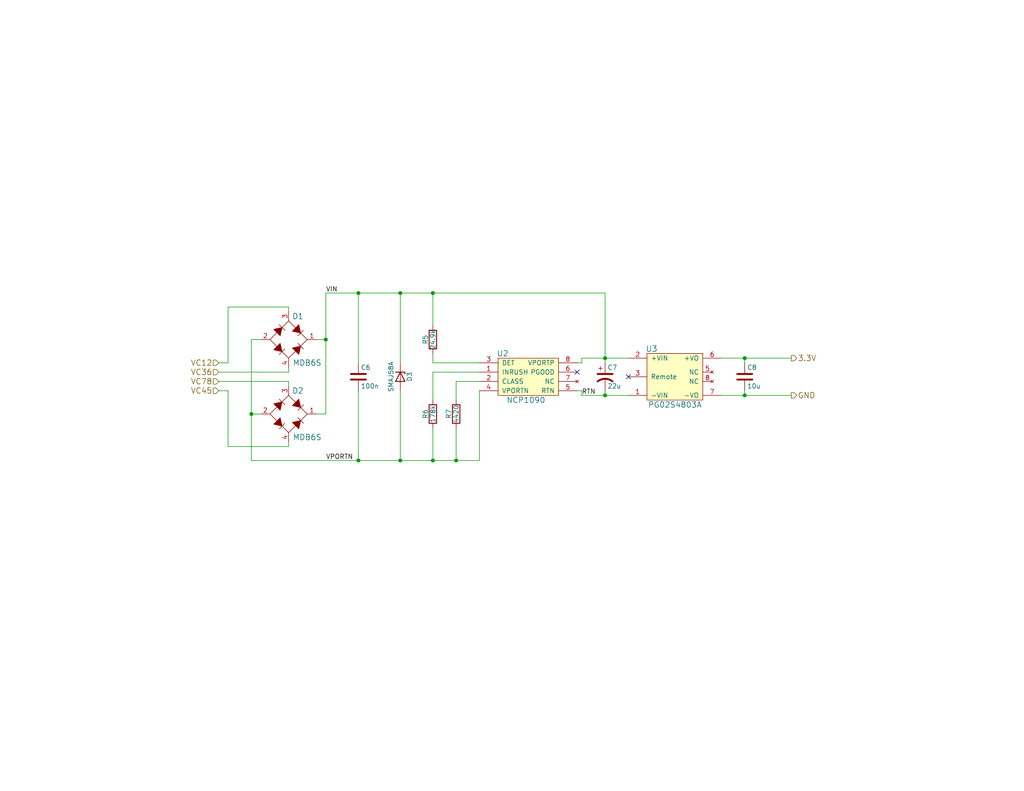
<source format=kicad_sch>
(kicad_sch (version 20211123) (generator eeschema)
  (paper "USLetter")
  (title_block (title "PoE Addon") (date "2021-12-26") (rev "1") (company "Alex Martens"))
  (lib_symbols
    (symbol "Device:C" (pin_numbers hide) (pin_names (offset 0.254))
      (property "Reference" "C" (at 0.635 2.54 0))
      (property "Value" "C" (at 0.635 -2.54 0))
      (symbol "C_0_1"
        (polyline (pts (xy -2.032 -0.762) (xy 2.032 -0.762)) (stroke (width 0.508)))
        (polyline (pts (xy -2.032 0.762) (xy 2.032 0.762)) (stroke (width 0.508)))
      )
      (symbol "C_1_1"
        (pin passive line (at 0 3.81 270) (length 2.794) (name "~") (number "1"))
        (pin passive line (at 0 -3.81 90) (length 2.794) (name "~") (number "2"))
      )
    )
    (symbol "Device:C_Polarized_US" (pin_numbers hide) (pin_names (offset 0.254) hide)
      (property "Reference" "C" (at 0.635 2.54 0))
      (property "Value" "C_Polarized_US" (at 0.635 -2.54 0))
      (symbol "C_Polarized_US_0_1"
        (polyline (pts (xy -2.032 0.762) (xy 2.032 0.762)) (stroke (width 0.508)))
        (polyline (pts (xy -1.778 2.286) (xy -0.762 2.286)))
        (polyline (pts (xy -1.27 1.778) (xy -1.27 2.794)))
        (arc (start 2.032 -1.27) (mid 0 -0.5572) (end -2.032 -1.27) (stroke (width 0.508)))
      )
      (symbol "C_Polarized_US_1_1"
        (pin passive line (at 0 3.81 270) (length 2.794) (name "~") (number "1"))
        (pin passive line (at 0 -3.81 90) (length 3.302) (name "~") (number "2"))
      )
    )
    (symbol "Device:D_Zener" (pin_numbers hide) (pin_names (offset 1.016) hide)
      (property "Reference" "D" (at 0 2.54 0))
      (property "Value" "D_Zener" (at 0 -2.54 0))
      (symbol "D_Zener_0_1"
        (polyline (pts (xy 1.27 0) (xy -1.27 0)))
        (polyline (pts (xy -1.27 -1.27) (xy -1.27 1.27) (xy -0.762 1.27)) (stroke (width 0.254)))
        (polyline (pts (xy 1.27 -1.27) (xy 1.27 1.27) (xy -1.27 0) (xy 1.27 -1.27)) (stroke (width 0.254)))
      )
      (symbol "D_Zener_1_1"
        (pin passive line (at -3.81 0 0) (length 2.54) (name "K") (number "1"))
        (pin passive line (at 3.81 0 180) (length 2.54) (name "A") (number "2"))
      )
    )
    (symbol "Device:R" (pin_numbers hide) (pin_names (offset 0))
      (property "Reference" "R" (at 2.032 0 90))
      (property "Value" "R" (at 0 0 90))
      (symbol "R_0_1"
        (rectangle (start -1.016 -2.54) (end 1.016 2.54) (stroke (width 0.254)))
      )
      (symbol "R_1_1"
        (pin passive line (at 0 3.81 270) (length 1.27) (name "~") (number "1"))
        (pin passive line (at 0 -3.81 90) (length 1.27) (name "~") (number "2"))
      )
    )
    (symbol "MDB6S_1" (pin_names (offset 1.016) hide)
      (property "Reference" "D" (at 2.54 6.35 0))
      (property "Value" "MDB6S_1" (at 5.08 -6.35 0))
      (symbol "MDB6S_1_0_1"
        (polyline (pts (xy -5.08 0) (xy 0 -5.08)))
        (polyline (pts (xy -4.064 2.794) (xy -2.286 1.016)))
        (polyline (pts (xy -2.54 -1.016) (xy -4.064 -2.54)))
        (polyline (pts (xy -1.778 3.302) (xy -5.08 0)))
        (polyline (pts (xy -1.778 3.302) (xy 0 5.08)))
        (polyline (pts (xy -1.016 2.54) (xy -2.54 4.064)))
        (polyline (pts (xy 0 -5.08) (xy 5.08 0)))
        (polyline (pts (xy 0 5.08) (xy 5.08 0)))
        (polyline (pts (xy 1.016 2.54) (xy 2.54 4.064)))
        (polyline (pts (xy 2.54 -1.016) (xy 4.064 -2.54)))
        (polyline (pts (xy -4.064 2.794) (xy -1.778 3.302) (xy -2.286 1.016)) (fill (type outline)))
        (polyline (pts (xy -3.302 -1.778) (xy -1.016 -2.286) (xy -2.794 -4.064) (xy -3.302 -1.778)) (fill (type outline)))
        (polyline (pts (xy 2.286 1.016) (xy 1.778 3.302) (xy 4.064 2.794) (xy 2.286 1.016)) (fill (type outline)))
        (polyline (pts (xy 3.302 -1.778) (xy 1.016 -2.286) (xy 2.794 -4.064) (xy 3.302 -1.778)) (fill (type outline)))
      )
      (symbol "MDB6S_1_1_1"
        (pin power_out line (at 0 7.62 270) (length 2.54) (name "+") (number "1"))
        (pin power_out line (at 0 -7.62 90) (length 2.54) (name "-") (number "2"))
        (pin power_in line (at -7.62 0 0) (length 2.54) (name "AC1") (number "3"))
        (pin power_in line (at 7.62 0 180) (length 2.54) (name "AC2") (number "4"))
      )
    )
    (symbol "newam:MDB6S" (pin_names (offset 1.016) hide)
      (property "Reference" "D" (at 2.54 6.35 0))
      (property "Value" "MDB6S" (at 5.08 -6.35 0))
      (symbol "MDB6S_0_1"
        (polyline (pts (xy -5.08 0) (xy 0 -5.08)))
        (polyline (pts (xy -4.064 2.794) (xy -2.286 1.016)))
        (polyline (pts (xy -2.54 -1.016) (xy -4.064 -2.54)))
        (polyline (pts (xy -1.778 3.302) (xy -5.08 0)))
        (polyline (pts (xy -1.778 3.302) (xy 0 5.08)))
        (polyline (pts (xy -1.016 2.54) (xy -2.54 4.064)))
        (polyline (pts (xy 0 -5.08) (xy 5.08 0)))
        (polyline (pts (xy 0 5.08) (xy 5.08 0)))
        (polyline (pts (xy 1.016 2.54) (xy 2.54 4.064)))
        (polyline (pts (xy 2.54 -1.016) (xy 4.064 -2.54)))
        (polyline (pts (xy -4.064 2.794) (xy -1.778 3.302) (xy -2.286 1.016)) (fill (type outline)))
        (polyline (pts (xy -3.302 -1.778) (xy -1.016 -2.286) (xy -2.794 -4.064) (xy -3.302 -1.778)) (fill (type outline)))
        (polyline (pts (xy 2.286 1.016) (xy 1.778 3.302) (xy 4.064 2.794) (xy 2.286 1.016)) (fill (type outline)))
        (polyline (pts (xy 3.302 -1.778) (xy 1.016 -2.286) (xy 2.794 -4.064) (xy 3.302 -1.778)) (fill (type outline)))
      )
      (symbol "MDB6S_1_1"
        (pin power_out line (at 0 7.62 270) (length 2.54) (name "+") (number "1"))
        (pin power_out line (at 0 -7.62 90) (length 2.54) (name "-") (number "2"))
        (pin power_in line (at -7.62 0 0) (length 2.54) (name "AC1") (number "3"))
        (pin power_in line (at 7.62 0 180) (length 2.54) (name "AC2") (number "4"))
      )
    )
    (symbol "newam:NCP1090" (pin_names (offset 1.016))
      (property "Reference" "U" (at -6.35 6.35 0))
      (property "Value" "NCP1090" (at 0 -6.35 0))
      (symbol "NCP1090_0_1"
        (rectangle (start -7.62 5.08) (end 8.89 -5.08) (fill (type background)))
      )
      (symbol "NCP1090_1_1"
        (pin output line (at -12.7 1.27 0) (length 5.08) (name "INRUSH") (number "1"))
        (pin output line (at -12.7 -1.27 0) (length 5.08) (name "CLASS") (number "2"))
        (pin output line (at -12.7 3.81 0) (length 5.08) (name "DET") (number "3"))
        (pin power_in line (at -12.7 -3.81 0) (length 5.08) (name "VPORTN") (number "4"))
        (pin power_out line (at 13.97 -3.81 180) (length 5.08) (name "RTN") (number "5"))
        (pin output line (at 13.97 1.27 180) (length 5.08) (name "PGOOD") (number "6"))
        (pin no_connect line (at 13.97 -1.27 180) (length 5.08) (name "NC") (number "7"))
        (pin power_in line (at 13.97 3.81 180) (length 5.08) (name "VPORTP") (number "8"))
      )
    )
    (symbol "newam:PG02S4805A" (pin_names (offset 1.016))
      (property "Reference" "U" (at -6.35 7.62 0))
      (property "Value" "PG02S4805A" (at 0 -7.62 0))
      (symbol "PG02S4805A_0_1"
        (rectangle (start -7.62 6.35) (end 7.62 -6.35) (fill (type background)))
      )
      (symbol "PG02S4805A_1_1"
        (pin power_in line (at -12.7 -5.08 0) (length 5.08) (name "-VIN") (number "1"))
        (pin power_in line (at -12.7 5.08 0) (length 5.08) (name "+VIN") (number "2"))
        (pin power_out line (at -12.7 0 0) (length 5.08) (name "Remote") (number "3"))
        (pin no_connect line (at 10.16 1.27 180) (length 2.54) (name "NC") (number "5"))
        (pin power_out line (at 12.7 5.08 180) (length 5.08) (name "+VO") (number "6"))
        (pin power_out line (at 12.7 -5.08 180) (length 5.08) (name "-VO") (number "7"))
        (pin no_connect line (at 10.16 -1.27 180) (length 2.54) (name "NC") (number "8"))
      )
    )
  )
  (junction (at 203.2 97.79))
  (junction (at 124.46 125.73))
  (junction (at 165.1 107.95))
  (junction (at 109.22 125.73))
  (junction (at 88.9 92.71))
  (junction (at 118.11 80.01))
  (junction (at 97.79 80.01))
  (junction (at 118.11 125.73))
  (junction (at 203.2 107.95))
  (junction (at 109.22 80.01))
  (junction (at 97.79 125.73))
  (junction (at 68.58 113.03))
  (junction (at 165.1 97.79))
  (no_connect (at 157.48 101.6))
  (no_connect (at 171.45 102.87))
  (wire (pts (xy 68.58 113.03) (xy 68.58 125.73)))
  (wire (pts (xy 158.75 106.68) (xy 158.75 107.95)))
  (wire (pts (xy 78.74 83.82) (xy 62.23 83.82)))
  (wire (pts (xy 118.11 80.01) (xy 165.1 80.01)))
  (wire (pts (xy 203.2 97.79) (xy 215.9 97.79)))
  (wire (pts (xy 124.46 125.73) (xy 130.81 125.73)))
  (wire (pts (xy 68.58 92.71) (xy 68.58 113.03)))
  (wire (pts (xy 62.23 83.82) (xy 62.23 99.06)))
  (wire (pts (xy 203.2 106.68) (xy 203.2 107.95)))
  (wire (pts (xy 118.11 99.06) (xy 118.11 96.52)))
  (wire (pts (xy 130.81 101.6) (xy 118.11 101.6)))
  (wire (pts (xy 88.9 92.71) (xy 86.36 92.71)))
  (wire (pts (xy 97.79 80.01) (xy 109.22 80.01)))
  (wire (pts (xy 78.74 85.09) (xy 78.74 83.82)))
  (wire (pts (xy 62.23 99.06) (xy 59.69 99.06)))
  (wire (pts (xy 109.22 80.01) (xy 118.11 80.01)))
  (wire (pts (xy 130.81 125.73) (xy 130.81 106.68)))
  (wire (pts (xy 97.79 125.73) (xy 97.79 106.68)))
  (wire (pts (xy 165.1 80.01) (xy 165.1 97.79)))
  (wire (pts (xy 196.85 97.79) (xy 203.2 97.79)))
  (wire (pts (xy 62.23 121.92) (xy 62.23 106.68)))
  (wire (pts (xy 97.79 80.01) (xy 97.79 99.06)))
  (wire (pts (xy 130.81 104.14) (xy 124.46 104.14)))
  (wire (pts (xy 118.11 80.01) (xy 118.11 88.9)))
  (wire (pts (xy 109.22 80.01) (xy 109.22 99.06)))
  (wire (pts (xy 165.1 107.95) (xy 165.1 106.68)))
  (wire (pts (xy 158.75 97.79) (xy 158.75 99.06)))
  (wire (pts (xy 78.74 105.41) (xy 78.74 104.14)))
  (wire (pts (xy 71.12 113.03) (xy 68.58 113.03)))
  (wire (pts (xy 158.75 107.95) (xy 165.1 107.95)))
  (wire (pts (xy 203.2 107.95) (xy 215.9 107.95)))
  (wire (pts (xy 78.74 121.92) (xy 62.23 121.92)))
  (wire (pts (xy 203.2 97.79) (xy 203.2 99.06)))
  (wire (pts (xy 78.74 101.6) (xy 78.74 100.33)))
  (wire (pts (xy 59.69 101.6) (xy 78.74 101.6)))
  (wire (pts (xy 68.58 125.73) (xy 97.79 125.73)))
  (wire (pts (xy 124.46 125.73) (xy 124.46 116.84)))
  (wire (pts (xy 88.9 92.71) (xy 88.9 113.03)))
  (wire (pts (xy 78.74 120.65) (xy 78.74 121.92)))
  (wire (pts (xy 118.11 125.73) (xy 118.11 116.84)))
  (wire (pts (xy 157.48 106.68) (xy 158.75 106.68)))
  (wire (pts (xy 196.85 107.95) (xy 203.2 107.95)))
  (wire (pts (xy 158.75 97.79) (xy 165.1 97.79)))
  (wire (pts (xy 78.74 104.14) (xy 59.69 104.14)))
  (wire (pts (xy 165.1 107.95) (xy 171.45 107.95)))
  (wire (pts (xy 71.12 92.71) (xy 68.58 92.71)))
  (wire (pts (xy 165.1 97.79) (xy 171.45 97.79)))
  (wire (pts (xy 88.9 80.01) (xy 97.79 80.01)))
  (wire (pts (xy 62.23 106.68) (xy 59.69 106.68)))
  (wire (pts (xy 124.46 104.14) (xy 124.46 109.22)))
  (wire (pts (xy 130.81 99.06) (xy 118.11 99.06)))
  (wire (pts (xy 88.9 80.01) (xy 88.9 92.71)))
  (wire (pts (xy 118.11 125.73) (xy 124.46 125.73)))
  (wire (pts (xy 88.9 113.03) (xy 86.36 113.03)))
  (wire (pts (xy 109.22 106.68) (xy 109.22 125.73)))
  (wire (pts (xy 158.75 99.06) (xy 157.48 99.06)))
  (wire (pts (xy 97.79 125.73) (xy 109.22 125.73)))
  (wire (pts (xy 118.11 101.6) (xy 118.11 109.22)))
  (wire (pts (xy 165.1 97.79) (xy 165.1 99.06)))
  (wire (pts (xy 109.22 125.73) (xy 118.11 125.73)))
  (label "RTN" (at 158.75 107.95 0))
  (label "VIN" (at 88.9 80.01 0))
  (label "VPORTN" (at 88.9 125.73 0))
  (hierarchical_label "VC12" (shape input) (at 59.69 99.06 180) (effects (font (size 1.524 1.524))))
  (hierarchical_label "3.3V" (shape output) (at 215.9 97.79 0) (effects (font (size 1.524 1.524))))
  (hierarchical_label "VC36" (shape input) (at 59.69 101.6 180) (effects (font (size 1.524 1.524))))
  (hierarchical_label "GND" (shape output) (at 215.9 107.95 0) (effects (font (size 1.524 1.524))))
  (hierarchical_label "VC78" (shape input) (at 59.69 104.14 180) (effects (font (size 1.524 1.524))))
  (hierarchical_label "VC45" (shape input) (at 59.69 106.68 180) (effects (font (size 1.524 1.524))))
  (symbol (lib_id "Device:D_Zener") (at 109.22 102.87 270) (unit 1)
    (property "Reference" "D3" (at 111.76 102.87 0))
    (property "Value" "SMAJ58A" (at 106.68 102.87 0))
    (property "Footprint" "Diode_SMD:D_SMA" (effects hide))
    (property "Datasheet" "http://www.vishay.com/docs/88390/smaj50a.pdf" (effects hide))
    (property "DigiKey Part Number" "SMAJ58A-E3/61GICT-ND" (effects hide))
  )
  (symbol (lib_id "Device:C") (at 97.79 102.87 0) (unit 1)
    (property "Reference" "C6" (at 98.425 100.33 0) (effects (justify left)))
    (property "Value" "100n" (at 98.425 105.41 0) (effects (justify left)))
    (property "Footprint" "Capacitor_SMD:C_0805_2012Metric" (effects hide))
    (property "Datasheet" "http://www.samsungsem.com/kr/support/library/product-catalog/mlcc.jsp" (effects hide))
    (property "DigiKey Part Number" "1276-6840-1-ND" (effects hide))
  )
  (symbol (lib_name "MDB6S_1") (lib_id "newam:MDB6S") (at 78.74 92.71 270) (unit 1)
    (property "Reference" "D1" (at 81.28 86.36 90) (effects (font (size 1.524 1.524))))
    (property "Value" "MDB6S" (at 83.82 99.06 90) (effects (font (size 1.524 1.524))))
    (property "Footprint" "newam:Micro-DIP-4" (effects hide))
    (property "Datasheet" "https://www.fairchildsemi.com/datasheets/MD/MDB10S.pdf" (effects hide))
    (property "DigiKey Part Number" "MDB6SFSCT-ND" (effects hide))
    (property "digikey" "MDB6SFSCT-ND" (effects hide))
  )
  (symbol (lib_id "newam:MDB6S") (at 78.74 113.03 270) (unit 1)
    (property "Reference" "D2" (at 81.28 106.68 90) (effects (font (size 1.524 1.524))))
    (property "Value" "MDB6S" (at 83.82 119.38 90) (effects (font (size 1.524 1.524))))
    (property "Footprint" "newam:Micro-DIP-4" (effects hide))
    (property "Datasheet" "https://www.fairchildsemi.com/datasheets/MD/MDB10S.pdf" (effects hide))
    (property "DigiKey Part Number" "MDB6SFSCT-ND" (effects hide))
    (property "digikey" "MDB6SFSCT-ND" (effects hide))
  )
  (symbol (lib_id "newam:NCP1090") (at 143.51 102.87 0) (unit 1)
    (property "Reference" "U2" (at 137.16 96.52 0) (effects (font (size 1.524 1.524))))
    (property "Value" "NCP1090" (at 143.51 109.22 0) (effects (font (size 1.524 1.524))))
    (property "Footprint" "Package_SO:SOIC-8_3.9x4.9mm_P1.27mm" (effects hide))
    (property "Datasheet" "http://www.onsemi.com/pub/Collateral/NCP1090-D.PDF" (effects hide))
    (property "DigiKey Part Number" "NCP1090DGOS-ND" (effects hide))
  )
  (symbol (lib_id "Device:R") (at 118.11 92.71 180) (unit 1)
    (property "Reference" "R5" (at 116.078 92.71 90))
    (property "Value" "24.9k" (at 118.11 92.71 90))
    (property "Footprint" "Resistor_SMD:R_0603_1608Metric" (effects hide))
    (property "DigiKey Part Number" "311-24.9KHRCT-ND " (effects hide))
  )
  (symbol (lib_id "Device:R") (at 118.11 113.03 180) (unit 1)
    (property "Reference" "R6" (at 116.078 113.03 90))
    (property "Value" "178k" (at 118.11 113.03 90))
    (property "Footprint" "Resistor_SMD:R_0603_1608Metric" (effects hide))
    (property "DigiKey Part Number" "311-178KHRCT-ND" (effects hide))
  )
  (symbol (lib_id "Device:R") (at 124.46 113.03 180) (unit 1)
    (property "Reference" "R7" (at 122.428 113.03 90))
    (property "Value" "4420" (at 124.46 113.03 90))
    (property "Footprint" "Resistor_SMD:R_0603_1608Metric" (effects hide))
    (property "DigiKey Part Number" "311-4.42KHRCT-ND " (effects hide))
  )
  (symbol (lib_id "Device:C_Polarized_US") (at 165.1 102.87 0) (unit 1)
    (property "Reference" "C7" (at 165.735 100.33 0) (effects (justify left)))
    (property "Value" "22u" (at 165.735 105.41 0) (effects (justify left)))
    (property "Footprint" "Capacitor_SMD:CP_Elec_8x10.5" (effects hide))
    (property "DigiKey Part Number" "399-A768KE226M1JLAE054TR-ND" (effects hide))
  )
  (symbol (lib_id "newam:PG02S4805A") (at 184.15 102.87 0) (unit 1)
    (property "Reference" "U3" (at 177.8 95.25 0) (effects (font (size 1.524 1.524))))
    (property "Value" "PG02S4803A" (at 184.15 110.49 0) (effects (font (size 1.524 1.524))))
    (property "Footprint" "newam:PG02S" (effects hide))
    (property "Datasheet" "http://www.deltaww.com/filecenter/products/download/01/0102/datasheet/DS_PG02S.pdf" (effects hide))
    (property "DigiKey Part Number" "941-1186-ND" (effects hide))
    (property "digikey" "941-1186-ND" (effects hide))
  )
  (symbol (lib_id "Device:C") (at 203.2 102.87 0) (unit 1)
    (property "Reference" "C8" (at 203.835 100.33 0) (effects (justify left)))
    (property "Value" "10u" (at 203.835 105.41 0) (effects (justify left)))
    (property "Footprint" "Capacitor_SMD:C_0805_2012Metric" (effects hide))
    (property "DigiKey Part Number" "1276-6456-1-ND" (effects hide))
  )
)
</source>
